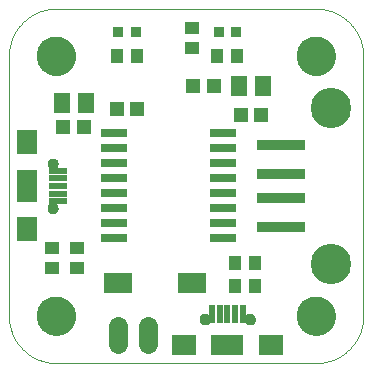
<source format=gts>
G75*
%MOIN*%
%OFA0B0*%
%FSLAX25Y25*%
%IPPOS*%
%LPD*%
%AMOC8*
5,1,8,0,0,1.08239X$1,22.5*
%
%ADD10R,0.05518X0.06699*%
%ADD11R,0.04534X0.04652*%
%ADD12R,0.09061X0.02762*%
%ADD13R,0.03550X0.03550*%
%ADD14R,0.04337X0.04731*%
%ADD15R,0.04731X0.04337*%
%ADD16C,0.00000*%
%ADD17C,0.12998*%
%ADD18R,0.05912X0.01975*%
%ADD19C,0.03746*%
%ADD20R,0.06693X0.07874*%
%ADD21R,0.06693X0.10630*%
%ADD22R,0.06306X0.07487*%
%ADD23R,0.06306X0.10243*%
%ADD24R,0.01975X0.05912*%
%ADD25R,0.07874X0.06693*%
%ADD26R,0.10630X0.06693*%
%ADD27R,0.07487X0.06306*%
%ADD28R,0.10243X0.06306*%
%ADD29R,0.09455X0.06699*%
%ADD30C,0.06337*%
%ADD31C,0.13455*%
%ADD32R,0.16148X0.03550*%
D10*
X0071898Y0120770D03*
X0079772Y0120770D03*
X0130953Y0126676D03*
X0138827Y0126676D03*
D11*
X0138335Y0116833D03*
X0131445Y0116833D03*
X0122587Y0126676D03*
X0115697Y0126676D03*
X0096996Y0118802D03*
X0090106Y0118802D03*
X0079280Y0112896D03*
X0072390Y0112896D03*
D12*
X0089220Y0110711D03*
X0089220Y0105711D03*
X0089220Y0100711D03*
X0089220Y0095711D03*
X0089220Y0090711D03*
X0089220Y0085711D03*
X0089220Y0080711D03*
X0089220Y0075711D03*
X0125441Y0075711D03*
X0125441Y0080711D03*
X0125441Y0085711D03*
X0125441Y0090711D03*
X0125441Y0095711D03*
X0125441Y0100711D03*
X0125441Y0105711D03*
X0125441Y0110711D03*
D13*
X0124063Y0144392D03*
X0129969Y0144392D03*
X0096504Y0144392D03*
X0090598Y0144392D03*
D14*
X0090205Y0136518D03*
X0096898Y0136518D03*
X0123669Y0136518D03*
X0130362Y0136518D03*
X0129575Y0067621D03*
X0136268Y0067621D03*
X0136268Y0059747D03*
X0129575Y0059747D03*
D15*
X0076819Y0065751D03*
X0076819Y0072444D03*
X0068453Y0072444D03*
X0068453Y0065751D03*
X0115205Y0139077D03*
X0115205Y0145770D03*
D16*
X0054181Y0136518D02*
X0054181Y0049904D01*
X0063630Y0049904D02*
X0063632Y0050062D01*
X0063638Y0050220D01*
X0063648Y0050378D01*
X0063662Y0050536D01*
X0063680Y0050693D01*
X0063701Y0050850D01*
X0063727Y0051006D01*
X0063757Y0051162D01*
X0063790Y0051317D01*
X0063828Y0051470D01*
X0063869Y0051623D01*
X0063914Y0051775D01*
X0063963Y0051926D01*
X0064016Y0052075D01*
X0064072Y0052223D01*
X0064132Y0052369D01*
X0064196Y0052514D01*
X0064264Y0052657D01*
X0064335Y0052799D01*
X0064409Y0052939D01*
X0064487Y0053076D01*
X0064569Y0053212D01*
X0064653Y0053346D01*
X0064742Y0053477D01*
X0064833Y0053606D01*
X0064928Y0053733D01*
X0065025Y0053858D01*
X0065126Y0053980D01*
X0065230Y0054099D01*
X0065337Y0054216D01*
X0065447Y0054330D01*
X0065560Y0054441D01*
X0065675Y0054550D01*
X0065793Y0054655D01*
X0065914Y0054757D01*
X0066037Y0054857D01*
X0066163Y0054953D01*
X0066291Y0055046D01*
X0066421Y0055136D01*
X0066554Y0055222D01*
X0066689Y0055306D01*
X0066825Y0055385D01*
X0066964Y0055462D01*
X0067105Y0055534D01*
X0067247Y0055604D01*
X0067391Y0055669D01*
X0067537Y0055731D01*
X0067684Y0055789D01*
X0067833Y0055844D01*
X0067983Y0055895D01*
X0068134Y0055942D01*
X0068286Y0055985D01*
X0068439Y0056024D01*
X0068594Y0056060D01*
X0068749Y0056091D01*
X0068905Y0056119D01*
X0069061Y0056143D01*
X0069218Y0056163D01*
X0069376Y0056179D01*
X0069533Y0056191D01*
X0069692Y0056199D01*
X0069850Y0056203D01*
X0070008Y0056203D01*
X0070166Y0056199D01*
X0070325Y0056191D01*
X0070482Y0056179D01*
X0070640Y0056163D01*
X0070797Y0056143D01*
X0070953Y0056119D01*
X0071109Y0056091D01*
X0071264Y0056060D01*
X0071419Y0056024D01*
X0071572Y0055985D01*
X0071724Y0055942D01*
X0071875Y0055895D01*
X0072025Y0055844D01*
X0072174Y0055789D01*
X0072321Y0055731D01*
X0072467Y0055669D01*
X0072611Y0055604D01*
X0072753Y0055534D01*
X0072894Y0055462D01*
X0073033Y0055385D01*
X0073169Y0055306D01*
X0073304Y0055222D01*
X0073437Y0055136D01*
X0073567Y0055046D01*
X0073695Y0054953D01*
X0073821Y0054857D01*
X0073944Y0054757D01*
X0074065Y0054655D01*
X0074183Y0054550D01*
X0074298Y0054441D01*
X0074411Y0054330D01*
X0074521Y0054216D01*
X0074628Y0054099D01*
X0074732Y0053980D01*
X0074833Y0053858D01*
X0074930Y0053733D01*
X0075025Y0053606D01*
X0075116Y0053477D01*
X0075205Y0053346D01*
X0075289Y0053212D01*
X0075371Y0053076D01*
X0075449Y0052939D01*
X0075523Y0052799D01*
X0075594Y0052657D01*
X0075662Y0052514D01*
X0075726Y0052369D01*
X0075786Y0052223D01*
X0075842Y0052075D01*
X0075895Y0051926D01*
X0075944Y0051775D01*
X0075989Y0051623D01*
X0076030Y0051470D01*
X0076068Y0051317D01*
X0076101Y0051162D01*
X0076131Y0051006D01*
X0076157Y0050850D01*
X0076178Y0050693D01*
X0076196Y0050536D01*
X0076210Y0050378D01*
X0076220Y0050220D01*
X0076226Y0050062D01*
X0076228Y0049904D01*
X0076226Y0049746D01*
X0076220Y0049588D01*
X0076210Y0049430D01*
X0076196Y0049272D01*
X0076178Y0049115D01*
X0076157Y0048958D01*
X0076131Y0048802D01*
X0076101Y0048646D01*
X0076068Y0048491D01*
X0076030Y0048338D01*
X0075989Y0048185D01*
X0075944Y0048033D01*
X0075895Y0047882D01*
X0075842Y0047733D01*
X0075786Y0047585D01*
X0075726Y0047439D01*
X0075662Y0047294D01*
X0075594Y0047151D01*
X0075523Y0047009D01*
X0075449Y0046869D01*
X0075371Y0046732D01*
X0075289Y0046596D01*
X0075205Y0046462D01*
X0075116Y0046331D01*
X0075025Y0046202D01*
X0074930Y0046075D01*
X0074833Y0045950D01*
X0074732Y0045828D01*
X0074628Y0045709D01*
X0074521Y0045592D01*
X0074411Y0045478D01*
X0074298Y0045367D01*
X0074183Y0045258D01*
X0074065Y0045153D01*
X0073944Y0045051D01*
X0073821Y0044951D01*
X0073695Y0044855D01*
X0073567Y0044762D01*
X0073437Y0044672D01*
X0073304Y0044586D01*
X0073169Y0044502D01*
X0073033Y0044423D01*
X0072894Y0044346D01*
X0072753Y0044274D01*
X0072611Y0044204D01*
X0072467Y0044139D01*
X0072321Y0044077D01*
X0072174Y0044019D01*
X0072025Y0043964D01*
X0071875Y0043913D01*
X0071724Y0043866D01*
X0071572Y0043823D01*
X0071419Y0043784D01*
X0071264Y0043748D01*
X0071109Y0043717D01*
X0070953Y0043689D01*
X0070797Y0043665D01*
X0070640Y0043645D01*
X0070482Y0043629D01*
X0070325Y0043617D01*
X0070166Y0043609D01*
X0070008Y0043605D01*
X0069850Y0043605D01*
X0069692Y0043609D01*
X0069533Y0043617D01*
X0069376Y0043629D01*
X0069218Y0043645D01*
X0069061Y0043665D01*
X0068905Y0043689D01*
X0068749Y0043717D01*
X0068594Y0043748D01*
X0068439Y0043784D01*
X0068286Y0043823D01*
X0068134Y0043866D01*
X0067983Y0043913D01*
X0067833Y0043964D01*
X0067684Y0044019D01*
X0067537Y0044077D01*
X0067391Y0044139D01*
X0067247Y0044204D01*
X0067105Y0044274D01*
X0066964Y0044346D01*
X0066825Y0044423D01*
X0066689Y0044502D01*
X0066554Y0044586D01*
X0066421Y0044672D01*
X0066291Y0044762D01*
X0066163Y0044855D01*
X0066037Y0044951D01*
X0065914Y0045051D01*
X0065793Y0045153D01*
X0065675Y0045258D01*
X0065560Y0045367D01*
X0065447Y0045478D01*
X0065337Y0045592D01*
X0065230Y0045709D01*
X0065126Y0045828D01*
X0065025Y0045950D01*
X0064928Y0046075D01*
X0064833Y0046202D01*
X0064742Y0046331D01*
X0064653Y0046462D01*
X0064569Y0046596D01*
X0064487Y0046732D01*
X0064409Y0046869D01*
X0064335Y0047009D01*
X0064264Y0047151D01*
X0064196Y0047294D01*
X0064132Y0047439D01*
X0064072Y0047585D01*
X0064016Y0047733D01*
X0063963Y0047882D01*
X0063914Y0048033D01*
X0063869Y0048185D01*
X0063828Y0048338D01*
X0063790Y0048491D01*
X0063757Y0048646D01*
X0063727Y0048802D01*
X0063701Y0048958D01*
X0063680Y0049115D01*
X0063662Y0049272D01*
X0063648Y0049430D01*
X0063638Y0049588D01*
X0063632Y0049746D01*
X0063630Y0049904D01*
X0054181Y0049904D02*
X0054186Y0049523D01*
X0054199Y0049143D01*
X0054222Y0048763D01*
X0054255Y0048384D01*
X0054296Y0048006D01*
X0054346Y0047629D01*
X0054406Y0047253D01*
X0054474Y0046878D01*
X0054552Y0046506D01*
X0054639Y0046135D01*
X0054734Y0045767D01*
X0054839Y0045401D01*
X0054952Y0045038D01*
X0055074Y0044677D01*
X0055204Y0044320D01*
X0055344Y0043966D01*
X0055491Y0043615D01*
X0055648Y0043268D01*
X0055812Y0042925D01*
X0055985Y0042586D01*
X0056166Y0042251D01*
X0056355Y0041920D01*
X0056552Y0041595D01*
X0056756Y0041274D01*
X0056969Y0040958D01*
X0057189Y0040648D01*
X0057416Y0040342D01*
X0057651Y0040043D01*
X0057893Y0039749D01*
X0058141Y0039461D01*
X0058397Y0039179D01*
X0058660Y0038904D01*
X0058929Y0038635D01*
X0059204Y0038372D01*
X0059486Y0038116D01*
X0059774Y0037868D01*
X0060068Y0037626D01*
X0060367Y0037391D01*
X0060673Y0037164D01*
X0060983Y0036944D01*
X0061299Y0036731D01*
X0061620Y0036527D01*
X0061945Y0036330D01*
X0062276Y0036141D01*
X0062611Y0035960D01*
X0062950Y0035787D01*
X0063293Y0035623D01*
X0063640Y0035466D01*
X0063991Y0035319D01*
X0064345Y0035179D01*
X0064702Y0035049D01*
X0065063Y0034927D01*
X0065426Y0034814D01*
X0065792Y0034709D01*
X0066160Y0034614D01*
X0066531Y0034527D01*
X0066903Y0034449D01*
X0067278Y0034381D01*
X0067654Y0034321D01*
X0068031Y0034271D01*
X0068409Y0034230D01*
X0068788Y0034197D01*
X0069168Y0034174D01*
X0069548Y0034161D01*
X0069929Y0034156D01*
X0156543Y0034156D01*
X0150244Y0049904D02*
X0150246Y0050062D01*
X0150252Y0050220D01*
X0150262Y0050378D01*
X0150276Y0050536D01*
X0150294Y0050693D01*
X0150315Y0050850D01*
X0150341Y0051006D01*
X0150371Y0051162D01*
X0150404Y0051317D01*
X0150442Y0051470D01*
X0150483Y0051623D01*
X0150528Y0051775D01*
X0150577Y0051926D01*
X0150630Y0052075D01*
X0150686Y0052223D01*
X0150746Y0052369D01*
X0150810Y0052514D01*
X0150878Y0052657D01*
X0150949Y0052799D01*
X0151023Y0052939D01*
X0151101Y0053076D01*
X0151183Y0053212D01*
X0151267Y0053346D01*
X0151356Y0053477D01*
X0151447Y0053606D01*
X0151542Y0053733D01*
X0151639Y0053858D01*
X0151740Y0053980D01*
X0151844Y0054099D01*
X0151951Y0054216D01*
X0152061Y0054330D01*
X0152174Y0054441D01*
X0152289Y0054550D01*
X0152407Y0054655D01*
X0152528Y0054757D01*
X0152651Y0054857D01*
X0152777Y0054953D01*
X0152905Y0055046D01*
X0153035Y0055136D01*
X0153168Y0055222D01*
X0153303Y0055306D01*
X0153439Y0055385D01*
X0153578Y0055462D01*
X0153719Y0055534D01*
X0153861Y0055604D01*
X0154005Y0055669D01*
X0154151Y0055731D01*
X0154298Y0055789D01*
X0154447Y0055844D01*
X0154597Y0055895D01*
X0154748Y0055942D01*
X0154900Y0055985D01*
X0155053Y0056024D01*
X0155208Y0056060D01*
X0155363Y0056091D01*
X0155519Y0056119D01*
X0155675Y0056143D01*
X0155832Y0056163D01*
X0155990Y0056179D01*
X0156147Y0056191D01*
X0156306Y0056199D01*
X0156464Y0056203D01*
X0156622Y0056203D01*
X0156780Y0056199D01*
X0156939Y0056191D01*
X0157096Y0056179D01*
X0157254Y0056163D01*
X0157411Y0056143D01*
X0157567Y0056119D01*
X0157723Y0056091D01*
X0157878Y0056060D01*
X0158033Y0056024D01*
X0158186Y0055985D01*
X0158338Y0055942D01*
X0158489Y0055895D01*
X0158639Y0055844D01*
X0158788Y0055789D01*
X0158935Y0055731D01*
X0159081Y0055669D01*
X0159225Y0055604D01*
X0159367Y0055534D01*
X0159508Y0055462D01*
X0159647Y0055385D01*
X0159783Y0055306D01*
X0159918Y0055222D01*
X0160051Y0055136D01*
X0160181Y0055046D01*
X0160309Y0054953D01*
X0160435Y0054857D01*
X0160558Y0054757D01*
X0160679Y0054655D01*
X0160797Y0054550D01*
X0160912Y0054441D01*
X0161025Y0054330D01*
X0161135Y0054216D01*
X0161242Y0054099D01*
X0161346Y0053980D01*
X0161447Y0053858D01*
X0161544Y0053733D01*
X0161639Y0053606D01*
X0161730Y0053477D01*
X0161819Y0053346D01*
X0161903Y0053212D01*
X0161985Y0053076D01*
X0162063Y0052939D01*
X0162137Y0052799D01*
X0162208Y0052657D01*
X0162276Y0052514D01*
X0162340Y0052369D01*
X0162400Y0052223D01*
X0162456Y0052075D01*
X0162509Y0051926D01*
X0162558Y0051775D01*
X0162603Y0051623D01*
X0162644Y0051470D01*
X0162682Y0051317D01*
X0162715Y0051162D01*
X0162745Y0051006D01*
X0162771Y0050850D01*
X0162792Y0050693D01*
X0162810Y0050536D01*
X0162824Y0050378D01*
X0162834Y0050220D01*
X0162840Y0050062D01*
X0162842Y0049904D01*
X0162840Y0049746D01*
X0162834Y0049588D01*
X0162824Y0049430D01*
X0162810Y0049272D01*
X0162792Y0049115D01*
X0162771Y0048958D01*
X0162745Y0048802D01*
X0162715Y0048646D01*
X0162682Y0048491D01*
X0162644Y0048338D01*
X0162603Y0048185D01*
X0162558Y0048033D01*
X0162509Y0047882D01*
X0162456Y0047733D01*
X0162400Y0047585D01*
X0162340Y0047439D01*
X0162276Y0047294D01*
X0162208Y0047151D01*
X0162137Y0047009D01*
X0162063Y0046869D01*
X0161985Y0046732D01*
X0161903Y0046596D01*
X0161819Y0046462D01*
X0161730Y0046331D01*
X0161639Y0046202D01*
X0161544Y0046075D01*
X0161447Y0045950D01*
X0161346Y0045828D01*
X0161242Y0045709D01*
X0161135Y0045592D01*
X0161025Y0045478D01*
X0160912Y0045367D01*
X0160797Y0045258D01*
X0160679Y0045153D01*
X0160558Y0045051D01*
X0160435Y0044951D01*
X0160309Y0044855D01*
X0160181Y0044762D01*
X0160051Y0044672D01*
X0159918Y0044586D01*
X0159783Y0044502D01*
X0159647Y0044423D01*
X0159508Y0044346D01*
X0159367Y0044274D01*
X0159225Y0044204D01*
X0159081Y0044139D01*
X0158935Y0044077D01*
X0158788Y0044019D01*
X0158639Y0043964D01*
X0158489Y0043913D01*
X0158338Y0043866D01*
X0158186Y0043823D01*
X0158033Y0043784D01*
X0157878Y0043748D01*
X0157723Y0043717D01*
X0157567Y0043689D01*
X0157411Y0043665D01*
X0157254Y0043645D01*
X0157096Y0043629D01*
X0156939Y0043617D01*
X0156780Y0043609D01*
X0156622Y0043605D01*
X0156464Y0043605D01*
X0156306Y0043609D01*
X0156147Y0043617D01*
X0155990Y0043629D01*
X0155832Y0043645D01*
X0155675Y0043665D01*
X0155519Y0043689D01*
X0155363Y0043717D01*
X0155208Y0043748D01*
X0155053Y0043784D01*
X0154900Y0043823D01*
X0154748Y0043866D01*
X0154597Y0043913D01*
X0154447Y0043964D01*
X0154298Y0044019D01*
X0154151Y0044077D01*
X0154005Y0044139D01*
X0153861Y0044204D01*
X0153719Y0044274D01*
X0153578Y0044346D01*
X0153439Y0044423D01*
X0153303Y0044502D01*
X0153168Y0044586D01*
X0153035Y0044672D01*
X0152905Y0044762D01*
X0152777Y0044855D01*
X0152651Y0044951D01*
X0152528Y0045051D01*
X0152407Y0045153D01*
X0152289Y0045258D01*
X0152174Y0045367D01*
X0152061Y0045478D01*
X0151951Y0045592D01*
X0151844Y0045709D01*
X0151740Y0045828D01*
X0151639Y0045950D01*
X0151542Y0046075D01*
X0151447Y0046202D01*
X0151356Y0046331D01*
X0151267Y0046462D01*
X0151183Y0046596D01*
X0151101Y0046732D01*
X0151023Y0046869D01*
X0150949Y0047009D01*
X0150878Y0047151D01*
X0150810Y0047294D01*
X0150746Y0047439D01*
X0150686Y0047585D01*
X0150630Y0047733D01*
X0150577Y0047882D01*
X0150528Y0048033D01*
X0150483Y0048185D01*
X0150442Y0048338D01*
X0150404Y0048491D01*
X0150371Y0048646D01*
X0150341Y0048802D01*
X0150315Y0048958D01*
X0150294Y0049115D01*
X0150276Y0049272D01*
X0150262Y0049430D01*
X0150252Y0049588D01*
X0150246Y0049746D01*
X0150244Y0049904D01*
X0156543Y0034156D02*
X0156924Y0034161D01*
X0157304Y0034174D01*
X0157684Y0034197D01*
X0158063Y0034230D01*
X0158441Y0034271D01*
X0158818Y0034321D01*
X0159194Y0034381D01*
X0159569Y0034449D01*
X0159941Y0034527D01*
X0160312Y0034614D01*
X0160680Y0034709D01*
X0161046Y0034814D01*
X0161409Y0034927D01*
X0161770Y0035049D01*
X0162127Y0035179D01*
X0162481Y0035319D01*
X0162832Y0035466D01*
X0163179Y0035623D01*
X0163522Y0035787D01*
X0163861Y0035960D01*
X0164196Y0036141D01*
X0164527Y0036330D01*
X0164852Y0036527D01*
X0165173Y0036731D01*
X0165489Y0036944D01*
X0165799Y0037164D01*
X0166105Y0037391D01*
X0166404Y0037626D01*
X0166698Y0037868D01*
X0166986Y0038116D01*
X0167268Y0038372D01*
X0167543Y0038635D01*
X0167812Y0038904D01*
X0168075Y0039179D01*
X0168331Y0039461D01*
X0168579Y0039749D01*
X0168821Y0040043D01*
X0169056Y0040342D01*
X0169283Y0040648D01*
X0169503Y0040958D01*
X0169716Y0041274D01*
X0169920Y0041595D01*
X0170117Y0041920D01*
X0170306Y0042251D01*
X0170487Y0042586D01*
X0170660Y0042925D01*
X0170824Y0043268D01*
X0170981Y0043615D01*
X0171128Y0043966D01*
X0171268Y0044320D01*
X0171398Y0044677D01*
X0171520Y0045038D01*
X0171633Y0045401D01*
X0171738Y0045767D01*
X0171833Y0046135D01*
X0171920Y0046506D01*
X0171998Y0046878D01*
X0172066Y0047253D01*
X0172126Y0047629D01*
X0172176Y0048006D01*
X0172217Y0048384D01*
X0172250Y0048763D01*
X0172273Y0049143D01*
X0172286Y0049523D01*
X0172291Y0049904D01*
X0172291Y0136518D01*
X0150244Y0136518D02*
X0150246Y0136676D01*
X0150252Y0136834D01*
X0150262Y0136992D01*
X0150276Y0137150D01*
X0150294Y0137307D01*
X0150315Y0137464D01*
X0150341Y0137620D01*
X0150371Y0137776D01*
X0150404Y0137931D01*
X0150442Y0138084D01*
X0150483Y0138237D01*
X0150528Y0138389D01*
X0150577Y0138540D01*
X0150630Y0138689D01*
X0150686Y0138837D01*
X0150746Y0138983D01*
X0150810Y0139128D01*
X0150878Y0139271D01*
X0150949Y0139413D01*
X0151023Y0139553D01*
X0151101Y0139690D01*
X0151183Y0139826D01*
X0151267Y0139960D01*
X0151356Y0140091D01*
X0151447Y0140220D01*
X0151542Y0140347D01*
X0151639Y0140472D01*
X0151740Y0140594D01*
X0151844Y0140713D01*
X0151951Y0140830D01*
X0152061Y0140944D01*
X0152174Y0141055D01*
X0152289Y0141164D01*
X0152407Y0141269D01*
X0152528Y0141371D01*
X0152651Y0141471D01*
X0152777Y0141567D01*
X0152905Y0141660D01*
X0153035Y0141750D01*
X0153168Y0141836D01*
X0153303Y0141920D01*
X0153439Y0141999D01*
X0153578Y0142076D01*
X0153719Y0142148D01*
X0153861Y0142218D01*
X0154005Y0142283D01*
X0154151Y0142345D01*
X0154298Y0142403D01*
X0154447Y0142458D01*
X0154597Y0142509D01*
X0154748Y0142556D01*
X0154900Y0142599D01*
X0155053Y0142638D01*
X0155208Y0142674D01*
X0155363Y0142705D01*
X0155519Y0142733D01*
X0155675Y0142757D01*
X0155832Y0142777D01*
X0155990Y0142793D01*
X0156147Y0142805D01*
X0156306Y0142813D01*
X0156464Y0142817D01*
X0156622Y0142817D01*
X0156780Y0142813D01*
X0156939Y0142805D01*
X0157096Y0142793D01*
X0157254Y0142777D01*
X0157411Y0142757D01*
X0157567Y0142733D01*
X0157723Y0142705D01*
X0157878Y0142674D01*
X0158033Y0142638D01*
X0158186Y0142599D01*
X0158338Y0142556D01*
X0158489Y0142509D01*
X0158639Y0142458D01*
X0158788Y0142403D01*
X0158935Y0142345D01*
X0159081Y0142283D01*
X0159225Y0142218D01*
X0159367Y0142148D01*
X0159508Y0142076D01*
X0159647Y0141999D01*
X0159783Y0141920D01*
X0159918Y0141836D01*
X0160051Y0141750D01*
X0160181Y0141660D01*
X0160309Y0141567D01*
X0160435Y0141471D01*
X0160558Y0141371D01*
X0160679Y0141269D01*
X0160797Y0141164D01*
X0160912Y0141055D01*
X0161025Y0140944D01*
X0161135Y0140830D01*
X0161242Y0140713D01*
X0161346Y0140594D01*
X0161447Y0140472D01*
X0161544Y0140347D01*
X0161639Y0140220D01*
X0161730Y0140091D01*
X0161819Y0139960D01*
X0161903Y0139826D01*
X0161985Y0139690D01*
X0162063Y0139553D01*
X0162137Y0139413D01*
X0162208Y0139271D01*
X0162276Y0139128D01*
X0162340Y0138983D01*
X0162400Y0138837D01*
X0162456Y0138689D01*
X0162509Y0138540D01*
X0162558Y0138389D01*
X0162603Y0138237D01*
X0162644Y0138084D01*
X0162682Y0137931D01*
X0162715Y0137776D01*
X0162745Y0137620D01*
X0162771Y0137464D01*
X0162792Y0137307D01*
X0162810Y0137150D01*
X0162824Y0136992D01*
X0162834Y0136834D01*
X0162840Y0136676D01*
X0162842Y0136518D01*
X0162840Y0136360D01*
X0162834Y0136202D01*
X0162824Y0136044D01*
X0162810Y0135886D01*
X0162792Y0135729D01*
X0162771Y0135572D01*
X0162745Y0135416D01*
X0162715Y0135260D01*
X0162682Y0135105D01*
X0162644Y0134952D01*
X0162603Y0134799D01*
X0162558Y0134647D01*
X0162509Y0134496D01*
X0162456Y0134347D01*
X0162400Y0134199D01*
X0162340Y0134053D01*
X0162276Y0133908D01*
X0162208Y0133765D01*
X0162137Y0133623D01*
X0162063Y0133483D01*
X0161985Y0133346D01*
X0161903Y0133210D01*
X0161819Y0133076D01*
X0161730Y0132945D01*
X0161639Y0132816D01*
X0161544Y0132689D01*
X0161447Y0132564D01*
X0161346Y0132442D01*
X0161242Y0132323D01*
X0161135Y0132206D01*
X0161025Y0132092D01*
X0160912Y0131981D01*
X0160797Y0131872D01*
X0160679Y0131767D01*
X0160558Y0131665D01*
X0160435Y0131565D01*
X0160309Y0131469D01*
X0160181Y0131376D01*
X0160051Y0131286D01*
X0159918Y0131200D01*
X0159783Y0131116D01*
X0159647Y0131037D01*
X0159508Y0130960D01*
X0159367Y0130888D01*
X0159225Y0130818D01*
X0159081Y0130753D01*
X0158935Y0130691D01*
X0158788Y0130633D01*
X0158639Y0130578D01*
X0158489Y0130527D01*
X0158338Y0130480D01*
X0158186Y0130437D01*
X0158033Y0130398D01*
X0157878Y0130362D01*
X0157723Y0130331D01*
X0157567Y0130303D01*
X0157411Y0130279D01*
X0157254Y0130259D01*
X0157096Y0130243D01*
X0156939Y0130231D01*
X0156780Y0130223D01*
X0156622Y0130219D01*
X0156464Y0130219D01*
X0156306Y0130223D01*
X0156147Y0130231D01*
X0155990Y0130243D01*
X0155832Y0130259D01*
X0155675Y0130279D01*
X0155519Y0130303D01*
X0155363Y0130331D01*
X0155208Y0130362D01*
X0155053Y0130398D01*
X0154900Y0130437D01*
X0154748Y0130480D01*
X0154597Y0130527D01*
X0154447Y0130578D01*
X0154298Y0130633D01*
X0154151Y0130691D01*
X0154005Y0130753D01*
X0153861Y0130818D01*
X0153719Y0130888D01*
X0153578Y0130960D01*
X0153439Y0131037D01*
X0153303Y0131116D01*
X0153168Y0131200D01*
X0153035Y0131286D01*
X0152905Y0131376D01*
X0152777Y0131469D01*
X0152651Y0131565D01*
X0152528Y0131665D01*
X0152407Y0131767D01*
X0152289Y0131872D01*
X0152174Y0131981D01*
X0152061Y0132092D01*
X0151951Y0132206D01*
X0151844Y0132323D01*
X0151740Y0132442D01*
X0151639Y0132564D01*
X0151542Y0132689D01*
X0151447Y0132816D01*
X0151356Y0132945D01*
X0151267Y0133076D01*
X0151183Y0133210D01*
X0151101Y0133346D01*
X0151023Y0133483D01*
X0150949Y0133623D01*
X0150878Y0133765D01*
X0150810Y0133908D01*
X0150746Y0134053D01*
X0150686Y0134199D01*
X0150630Y0134347D01*
X0150577Y0134496D01*
X0150528Y0134647D01*
X0150483Y0134799D01*
X0150442Y0134952D01*
X0150404Y0135105D01*
X0150371Y0135260D01*
X0150341Y0135416D01*
X0150315Y0135572D01*
X0150294Y0135729D01*
X0150276Y0135886D01*
X0150262Y0136044D01*
X0150252Y0136202D01*
X0150246Y0136360D01*
X0150244Y0136518D01*
X0156543Y0152266D02*
X0156924Y0152261D01*
X0157304Y0152248D01*
X0157684Y0152225D01*
X0158063Y0152192D01*
X0158441Y0152151D01*
X0158818Y0152101D01*
X0159194Y0152041D01*
X0159569Y0151973D01*
X0159941Y0151895D01*
X0160312Y0151808D01*
X0160680Y0151713D01*
X0161046Y0151608D01*
X0161409Y0151495D01*
X0161770Y0151373D01*
X0162127Y0151243D01*
X0162481Y0151103D01*
X0162832Y0150956D01*
X0163179Y0150799D01*
X0163522Y0150635D01*
X0163861Y0150462D01*
X0164196Y0150281D01*
X0164527Y0150092D01*
X0164852Y0149895D01*
X0165173Y0149691D01*
X0165489Y0149478D01*
X0165799Y0149258D01*
X0166105Y0149031D01*
X0166404Y0148796D01*
X0166698Y0148554D01*
X0166986Y0148306D01*
X0167268Y0148050D01*
X0167543Y0147787D01*
X0167812Y0147518D01*
X0168075Y0147243D01*
X0168331Y0146961D01*
X0168579Y0146673D01*
X0168821Y0146379D01*
X0169056Y0146080D01*
X0169283Y0145774D01*
X0169503Y0145464D01*
X0169716Y0145148D01*
X0169920Y0144827D01*
X0170117Y0144502D01*
X0170306Y0144171D01*
X0170487Y0143836D01*
X0170660Y0143497D01*
X0170824Y0143154D01*
X0170981Y0142807D01*
X0171128Y0142456D01*
X0171268Y0142102D01*
X0171398Y0141745D01*
X0171520Y0141384D01*
X0171633Y0141021D01*
X0171738Y0140655D01*
X0171833Y0140287D01*
X0171920Y0139916D01*
X0171998Y0139544D01*
X0172066Y0139169D01*
X0172126Y0138793D01*
X0172176Y0138416D01*
X0172217Y0138038D01*
X0172250Y0137659D01*
X0172273Y0137279D01*
X0172286Y0136899D01*
X0172291Y0136518D01*
X0156543Y0152266D02*
X0069929Y0152266D01*
X0063630Y0136518D02*
X0063632Y0136676D01*
X0063638Y0136834D01*
X0063648Y0136992D01*
X0063662Y0137150D01*
X0063680Y0137307D01*
X0063701Y0137464D01*
X0063727Y0137620D01*
X0063757Y0137776D01*
X0063790Y0137931D01*
X0063828Y0138084D01*
X0063869Y0138237D01*
X0063914Y0138389D01*
X0063963Y0138540D01*
X0064016Y0138689D01*
X0064072Y0138837D01*
X0064132Y0138983D01*
X0064196Y0139128D01*
X0064264Y0139271D01*
X0064335Y0139413D01*
X0064409Y0139553D01*
X0064487Y0139690D01*
X0064569Y0139826D01*
X0064653Y0139960D01*
X0064742Y0140091D01*
X0064833Y0140220D01*
X0064928Y0140347D01*
X0065025Y0140472D01*
X0065126Y0140594D01*
X0065230Y0140713D01*
X0065337Y0140830D01*
X0065447Y0140944D01*
X0065560Y0141055D01*
X0065675Y0141164D01*
X0065793Y0141269D01*
X0065914Y0141371D01*
X0066037Y0141471D01*
X0066163Y0141567D01*
X0066291Y0141660D01*
X0066421Y0141750D01*
X0066554Y0141836D01*
X0066689Y0141920D01*
X0066825Y0141999D01*
X0066964Y0142076D01*
X0067105Y0142148D01*
X0067247Y0142218D01*
X0067391Y0142283D01*
X0067537Y0142345D01*
X0067684Y0142403D01*
X0067833Y0142458D01*
X0067983Y0142509D01*
X0068134Y0142556D01*
X0068286Y0142599D01*
X0068439Y0142638D01*
X0068594Y0142674D01*
X0068749Y0142705D01*
X0068905Y0142733D01*
X0069061Y0142757D01*
X0069218Y0142777D01*
X0069376Y0142793D01*
X0069533Y0142805D01*
X0069692Y0142813D01*
X0069850Y0142817D01*
X0070008Y0142817D01*
X0070166Y0142813D01*
X0070325Y0142805D01*
X0070482Y0142793D01*
X0070640Y0142777D01*
X0070797Y0142757D01*
X0070953Y0142733D01*
X0071109Y0142705D01*
X0071264Y0142674D01*
X0071419Y0142638D01*
X0071572Y0142599D01*
X0071724Y0142556D01*
X0071875Y0142509D01*
X0072025Y0142458D01*
X0072174Y0142403D01*
X0072321Y0142345D01*
X0072467Y0142283D01*
X0072611Y0142218D01*
X0072753Y0142148D01*
X0072894Y0142076D01*
X0073033Y0141999D01*
X0073169Y0141920D01*
X0073304Y0141836D01*
X0073437Y0141750D01*
X0073567Y0141660D01*
X0073695Y0141567D01*
X0073821Y0141471D01*
X0073944Y0141371D01*
X0074065Y0141269D01*
X0074183Y0141164D01*
X0074298Y0141055D01*
X0074411Y0140944D01*
X0074521Y0140830D01*
X0074628Y0140713D01*
X0074732Y0140594D01*
X0074833Y0140472D01*
X0074930Y0140347D01*
X0075025Y0140220D01*
X0075116Y0140091D01*
X0075205Y0139960D01*
X0075289Y0139826D01*
X0075371Y0139690D01*
X0075449Y0139553D01*
X0075523Y0139413D01*
X0075594Y0139271D01*
X0075662Y0139128D01*
X0075726Y0138983D01*
X0075786Y0138837D01*
X0075842Y0138689D01*
X0075895Y0138540D01*
X0075944Y0138389D01*
X0075989Y0138237D01*
X0076030Y0138084D01*
X0076068Y0137931D01*
X0076101Y0137776D01*
X0076131Y0137620D01*
X0076157Y0137464D01*
X0076178Y0137307D01*
X0076196Y0137150D01*
X0076210Y0136992D01*
X0076220Y0136834D01*
X0076226Y0136676D01*
X0076228Y0136518D01*
X0076226Y0136360D01*
X0076220Y0136202D01*
X0076210Y0136044D01*
X0076196Y0135886D01*
X0076178Y0135729D01*
X0076157Y0135572D01*
X0076131Y0135416D01*
X0076101Y0135260D01*
X0076068Y0135105D01*
X0076030Y0134952D01*
X0075989Y0134799D01*
X0075944Y0134647D01*
X0075895Y0134496D01*
X0075842Y0134347D01*
X0075786Y0134199D01*
X0075726Y0134053D01*
X0075662Y0133908D01*
X0075594Y0133765D01*
X0075523Y0133623D01*
X0075449Y0133483D01*
X0075371Y0133346D01*
X0075289Y0133210D01*
X0075205Y0133076D01*
X0075116Y0132945D01*
X0075025Y0132816D01*
X0074930Y0132689D01*
X0074833Y0132564D01*
X0074732Y0132442D01*
X0074628Y0132323D01*
X0074521Y0132206D01*
X0074411Y0132092D01*
X0074298Y0131981D01*
X0074183Y0131872D01*
X0074065Y0131767D01*
X0073944Y0131665D01*
X0073821Y0131565D01*
X0073695Y0131469D01*
X0073567Y0131376D01*
X0073437Y0131286D01*
X0073304Y0131200D01*
X0073169Y0131116D01*
X0073033Y0131037D01*
X0072894Y0130960D01*
X0072753Y0130888D01*
X0072611Y0130818D01*
X0072467Y0130753D01*
X0072321Y0130691D01*
X0072174Y0130633D01*
X0072025Y0130578D01*
X0071875Y0130527D01*
X0071724Y0130480D01*
X0071572Y0130437D01*
X0071419Y0130398D01*
X0071264Y0130362D01*
X0071109Y0130331D01*
X0070953Y0130303D01*
X0070797Y0130279D01*
X0070640Y0130259D01*
X0070482Y0130243D01*
X0070325Y0130231D01*
X0070166Y0130223D01*
X0070008Y0130219D01*
X0069850Y0130219D01*
X0069692Y0130223D01*
X0069533Y0130231D01*
X0069376Y0130243D01*
X0069218Y0130259D01*
X0069061Y0130279D01*
X0068905Y0130303D01*
X0068749Y0130331D01*
X0068594Y0130362D01*
X0068439Y0130398D01*
X0068286Y0130437D01*
X0068134Y0130480D01*
X0067983Y0130527D01*
X0067833Y0130578D01*
X0067684Y0130633D01*
X0067537Y0130691D01*
X0067391Y0130753D01*
X0067247Y0130818D01*
X0067105Y0130888D01*
X0066964Y0130960D01*
X0066825Y0131037D01*
X0066689Y0131116D01*
X0066554Y0131200D01*
X0066421Y0131286D01*
X0066291Y0131376D01*
X0066163Y0131469D01*
X0066037Y0131565D01*
X0065914Y0131665D01*
X0065793Y0131767D01*
X0065675Y0131872D01*
X0065560Y0131981D01*
X0065447Y0132092D01*
X0065337Y0132206D01*
X0065230Y0132323D01*
X0065126Y0132442D01*
X0065025Y0132564D01*
X0064928Y0132689D01*
X0064833Y0132816D01*
X0064742Y0132945D01*
X0064653Y0133076D01*
X0064569Y0133210D01*
X0064487Y0133346D01*
X0064409Y0133483D01*
X0064335Y0133623D01*
X0064264Y0133765D01*
X0064196Y0133908D01*
X0064132Y0134053D01*
X0064072Y0134199D01*
X0064016Y0134347D01*
X0063963Y0134496D01*
X0063914Y0134647D01*
X0063869Y0134799D01*
X0063828Y0134952D01*
X0063790Y0135105D01*
X0063757Y0135260D01*
X0063727Y0135416D01*
X0063701Y0135572D01*
X0063680Y0135729D01*
X0063662Y0135886D01*
X0063648Y0136044D01*
X0063638Y0136202D01*
X0063632Y0136360D01*
X0063630Y0136518D01*
X0054181Y0136518D02*
X0054186Y0136899D01*
X0054199Y0137279D01*
X0054222Y0137659D01*
X0054255Y0138038D01*
X0054296Y0138416D01*
X0054346Y0138793D01*
X0054406Y0139169D01*
X0054474Y0139544D01*
X0054552Y0139916D01*
X0054639Y0140287D01*
X0054734Y0140655D01*
X0054839Y0141021D01*
X0054952Y0141384D01*
X0055074Y0141745D01*
X0055204Y0142102D01*
X0055344Y0142456D01*
X0055491Y0142807D01*
X0055648Y0143154D01*
X0055812Y0143497D01*
X0055985Y0143836D01*
X0056166Y0144171D01*
X0056355Y0144502D01*
X0056552Y0144827D01*
X0056756Y0145148D01*
X0056969Y0145464D01*
X0057189Y0145774D01*
X0057416Y0146080D01*
X0057651Y0146379D01*
X0057893Y0146673D01*
X0058141Y0146961D01*
X0058397Y0147243D01*
X0058660Y0147518D01*
X0058929Y0147787D01*
X0059204Y0148050D01*
X0059486Y0148306D01*
X0059774Y0148554D01*
X0060068Y0148796D01*
X0060367Y0149031D01*
X0060673Y0149258D01*
X0060983Y0149478D01*
X0061299Y0149691D01*
X0061620Y0149895D01*
X0061945Y0150092D01*
X0062276Y0150281D01*
X0062611Y0150462D01*
X0062950Y0150635D01*
X0063293Y0150799D01*
X0063640Y0150956D01*
X0063991Y0151103D01*
X0064345Y0151243D01*
X0064702Y0151373D01*
X0065063Y0151495D01*
X0065426Y0151608D01*
X0065792Y0151713D01*
X0066160Y0151808D01*
X0066531Y0151895D01*
X0066903Y0151973D01*
X0067278Y0152041D01*
X0067654Y0152101D01*
X0068031Y0152151D01*
X0068409Y0152192D01*
X0068788Y0152225D01*
X0069168Y0152248D01*
X0069548Y0152261D01*
X0069929Y0152266D01*
X0067075Y0100692D02*
X0067077Y0100773D01*
X0067083Y0100855D01*
X0067093Y0100936D01*
X0067107Y0101016D01*
X0067124Y0101095D01*
X0067146Y0101174D01*
X0067171Y0101251D01*
X0067200Y0101328D01*
X0067233Y0101402D01*
X0067270Y0101475D01*
X0067309Y0101546D01*
X0067353Y0101615D01*
X0067399Y0101682D01*
X0067449Y0101746D01*
X0067502Y0101808D01*
X0067558Y0101868D01*
X0067616Y0101924D01*
X0067678Y0101978D01*
X0067742Y0102029D01*
X0067808Y0102076D01*
X0067876Y0102120D01*
X0067947Y0102161D01*
X0068019Y0102198D01*
X0068094Y0102232D01*
X0068169Y0102262D01*
X0068247Y0102288D01*
X0068325Y0102311D01*
X0068404Y0102329D01*
X0068484Y0102344D01*
X0068565Y0102355D01*
X0068646Y0102362D01*
X0068728Y0102365D01*
X0068809Y0102364D01*
X0068890Y0102359D01*
X0068971Y0102350D01*
X0069052Y0102337D01*
X0069132Y0102320D01*
X0069210Y0102300D01*
X0069288Y0102275D01*
X0069365Y0102247D01*
X0069440Y0102215D01*
X0069513Y0102180D01*
X0069584Y0102141D01*
X0069654Y0102098D01*
X0069721Y0102053D01*
X0069787Y0102004D01*
X0069849Y0101952D01*
X0069909Y0101896D01*
X0069966Y0101838D01*
X0070021Y0101778D01*
X0070072Y0101714D01*
X0070120Y0101649D01*
X0070165Y0101581D01*
X0070207Y0101511D01*
X0070245Y0101439D01*
X0070280Y0101365D01*
X0070311Y0101290D01*
X0070338Y0101213D01*
X0070361Y0101135D01*
X0070381Y0101056D01*
X0070397Y0100976D01*
X0070409Y0100895D01*
X0070417Y0100814D01*
X0070421Y0100733D01*
X0070421Y0100651D01*
X0070417Y0100570D01*
X0070409Y0100489D01*
X0070397Y0100408D01*
X0070381Y0100328D01*
X0070361Y0100249D01*
X0070338Y0100171D01*
X0070311Y0100094D01*
X0070280Y0100019D01*
X0070245Y0099945D01*
X0070207Y0099873D01*
X0070165Y0099803D01*
X0070120Y0099735D01*
X0070072Y0099670D01*
X0070021Y0099606D01*
X0069966Y0099546D01*
X0069909Y0099488D01*
X0069849Y0099432D01*
X0069787Y0099380D01*
X0069721Y0099331D01*
X0069654Y0099286D01*
X0069585Y0099243D01*
X0069513Y0099204D01*
X0069440Y0099169D01*
X0069365Y0099137D01*
X0069288Y0099109D01*
X0069210Y0099084D01*
X0069132Y0099064D01*
X0069052Y0099047D01*
X0068971Y0099034D01*
X0068890Y0099025D01*
X0068809Y0099020D01*
X0068728Y0099019D01*
X0068646Y0099022D01*
X0068565Y0099029D01*
X0068484Y0099040D01*
X0068404Y0099055D01*
X0068325Y0099073D01*
X0068247Y0099096D01*
X0068169Y0099122D01*
X0068094Y0099152D01*
X0068019Y0099186D01*
X0067947Y0099223D01*
X0067876Y0099264D01*
X0067808Y0099308D01*
X0067742Y0099355D01*
X0067678Y0099406D01*
X0067616Y0099460D01*
X0067558Y0099516D01*
X0067502Y0099576D01*
X0067449Y0099638D01*
X0067399Y0099702D01*
X0067353Y0099769D01*
X0067309Y0099838D01*
X0067270Y0099909D01*
X0067233Y0099982D01*
X0067200Y0100056D01*
X0067171Y0100133D01*
X0067146Y0100210D01*
X0067124Y0100289D01*
X0067107Y0100368D01*
X0067093Y0100448D01*
X0067083Y0100529D01*
X0067077Y0100611D01*
X0067075Y0100692D01*
X0067075Y0085731D02*
X0067077Y0085812D01*
X0067083Y0085894D01*
X0067093Y0085975D01*
X0067107Y0086055D01*
X0067124Y0086134D01*
X0067146Y0086213D01*
X0067171Y0086290D01*
X0067200Y0086367D01*
X0067233Y0086441D01*
X0067270Y0086514D01*
X0067309Y0086585D01*
X0067353Y0086654D01*
X0067399Y0086721D01*
X0067449Y0086785D01*
X0067502Y0086847D01*
X0067558Y0086907D01*
X0067616Y0086963D01*
X0067678Y0087017D01*
X0067742Y0087068D01*
X0067808Y0087115D01*
X0067876Y0087159D01*
X0067947Y0087200D01*
X0068019Y0087237D01*
X0068094Y0087271D01*
X0068169Y0087301D01*
X0068247Y0087327D01*
X0068325Y0087350D01*
X0068404Y0087368D01*
X0068484Y0087383D01*
X0068565Y0087394D01*
X0068646Y0087401D01*
X0068728Y0087404D01*
X0068809Y0087403D01*
X0068890Y0087398D01*
X0068971Y0087389D01*
X0069052Y0087376D01*
X0069132Y0087359D01*
X0069210Y0087339D01*
X0069288Y0087314D01*
X0069365Y0087286D01*
X0069440Y0087254D01*
X0069513Y0087219D01*
X0069584Y0087180D01*
X0069654Y0087137D01*
X0069721Y0087092D01*
X0069787Y0087043D01*
X0069849Y0086991D01*
X0069909Y0086935D01*
X0069966Y0086877D01*
X0070021Y0086817D01*
X0070072Y0086753D01*
X0070120Y0086688D01*
X0070165Y0086620D01*
X0070207Y0086550D01*
X0070245Y0086478D01*
X0070280Y0086404D01*
X0070311Y0086329D01*
X0070338Y0086252D01*
X0070361Y0086174D01*
X0070381Y0086095D01*
X0070397Y0086015D01*
X0070409Y0085934D01*
X0070417Y0085853D01*
X0070421Y0085772D01*
X0070421Y0085690D01*
X0070417Y0085609D01*
X0070409Y0085528D01*
X0070397Y0085447D01*
X0070381Y0085367D01*
X0070361Y0085288D01*
X0070338Y0085210D01*
X0070311Y0085133D01*
X0070280Y0085058D01*
X0070245Y0084984D01*
X0070207Y0084912D01*
X0070165Y0084842D01*
X0070120Y0084774D01*
X0070072Y0084709D01*
X0070021Y0084645D01*
X0069966Y0084585D01*
X0069909Y0084527D01*
X0069849Y0084471D01*
X0069787Y0084419D01*
X0069721Y0084370D01*
X0069654Y0084325D01*
X0069585Y0084282D01*
X0069513Y0084243D01*
X0069440Y0084208D01*
X0069365Y0084176D01*
X0069288Y0084148D01*
X0069210Y0084123D01*
X0069132Y0084103D01*
X0069052Y0084086D01*
X0068971Y0084073D01*
X0068890Y0084064D01*
X0068809Y0084059D01*
X0068728Y0084058D01*
X0068646Y0084061D01*
X0068565Y0084068D01*
X0068484Y0084079D01*
X0068404Y0084094D01*
X0068325Y0084112D01*
X0068247Y0084135D01*
X0068169Y0084161D01*
X0068094Y0084191D01*
X0068019Y0084225D01*
X0067947Y0084262D01*
X0067876Y0084303D01*
X0067808Y0084347D01*
X0067742Y0084394D01*
X0067678Y0084445D01*
X0067616Y0084499D01*
X0067558Y0084555D01*
X0067502Y0084615D01*
X0067449Y0084677D01*
X0067399Y0084741D01*
X0067353Y0084808D01*
X0067309Y0084877D01*
X0067270Y0084948D01*
X0067233Y0085021D01*
X0067200Y0085095D01*
X0067171Y0085172D01*
X0067146Y0085249D01*
X0067124Y0085328D01*
X0067107Y0085407D01*
X0067093Y0085487D01*
X0067083Y0085568D01*
X0067077Y0085650D01*
X0067075Y0085731D01*
X0117862Y0048723D02*
X0117864Y0048804D01*
X0117870Y0048886D01*
X0117880Y0048967D01*
X0117894Y0049047D01*
X0117911Y0049126D01*
X0117933Y0049205D01*
X0117958Y0049282D01*
X0117987Y0049359D01*
X0118020Y0049433D01*
X0118057Y0049506D01*
X0118096Y0049577D01*
X0118140Y0049646D01*
X0118186Y0049713D01*
X0118236Y0049777D01*
X0118289Y0049839D01*
X0118345Y0049899D01*
X0118403Y0049955D01*
X0118465Y0050009D01*
X0118529Y0050060D01*
X0118595Y0050107D01*
X0118663Y0050151D01*
X0118734Y0050192D01*
X0118806Y0050229D01*
X0118881Y0050263D01*
X0118956Y0050293D01*
X0119034Y0050319D01*
X0119112Y0050342D01*
X0119191Y0050360D01*
X0119271Y0050375D01*
X0119352Y0050386D01*
X0119433Y0050393D01*
X0119515Y0050396D01*
X0119596Y0050395D01*
X0119677Y0050390D01*
X0119758Y0050381D01*
X0119839Y0050368D01*
X0119919Y0050351D01*
X0119997Y0050331D01*
X0120075Y0050306D01*
X0120152Y0050278D01*
X0120227Y0050246D01*
X0120300Y0050211D01*
X0120371Y0050172D01*
X0120441Y0050129D01*
X0120508Y0050084D01*
X0120574Y0050035D01*
X0120636Y0049983D01*
X0120696Y0049927D01*
X0120753Y0049869D01*
X0120808Y0049809D01*
X0120859Y0049745D01*
X0120907Y0049680D01*
X0120952Y0049612D01*
X0120994Y0049542D01*
X0121032Y0049470D01*
X0121067Y0049396D01*
X0121098Y0049321D01*
X0121125Y0049244D01*
X0121148Y0049166D01*
X0121168Y0049087D01*
X0121184Y0049007D01*
X0121196Y0048926D01*
X0121204Y0048845D01*
X0121208Y0048764D01*
X0121208Y0048682D01*
X0121204Y0048601D01*
X0121196Y0048520D01*
X0121184Y0048439D01*
X0121168Y0048359D01*
X0121148Y0048280D01*
X0121125Y0048202D01*
X0121098Y0048125D01*
X0121067Y0048050D01*
X0121032Y0047976D01*
X0120994Y0047904D01*
X0120952Y0047834D01*
X0120907Y0047766D01*
X0120859Y0047701D01*
X0120808Y0047637D01*
X0120753Y0047577D01*
X0120696Y0047519D01*
X0120636Y0047463D01*
X0120574Y0047411D01*
X0120508Y0047362D01*
X0120441Y0047317D01*
X0120372Y0047274D01*
X0120300Y0047235D01*
X0120227Y0047200D01*
X0120152Y0047168D01*
X0120075Y0047140D01*
X0119997Y0047115D01*
X0119919Y0047095D01*
X0119839Y0047078D01*
X0119758Y0047065D01*
X0119677Y0047056D01*
X0119596Y0047051D01*
X0119515Y0047050D01*
X0119433Y0047053D01*
X0119352Y0047060D01*
X0119271Y0047071D01*
X0119191Y0047086D01*
X0119112Y0047104D01*
X0119034Y0047127D01*
X0118956Y0047153D01*
X0118881Y0047183D01*
X0118806Y0047217D01*
X0118734Y0047254D01*
X0118663Y0047295D01*
X0118595Y0047339D01*
X0118529Y0047386D01*
X0118465Y0047437D01*
X0118403Y0047491D01*
X0118345Y0047547D01*
X0118289Y0047607D01*
X0118236Y0047669D01*
X0118186Y0047733D01*
X0118140Y0047800D01*
X0118096Y0047869D01*
X0118057Y0047940D01*
X0118020Y0048013D01*
X0117987Y0048087D01*
X0117958Y0048164D01*
X0117933Y0048241D01*
X0117911Y0048320D01*
X0117894Y0048399D01*
X0117880Y0048479D01*
X0117870Y0048560D01*
X0117864Y0048642D01*
X0117862Y0048723D01*
X0132823Y0048723D02*
X0132825Y0048804D01*
X0132831Y0048886D01*
X0132841Y0048967D01*
X0132855Y0049047D01*
X0132872Y0049126D01*
X0132894Y0049205D01*
X0132919Y0049282D01*
X0132948Y0049359D01*
X0132981Y0049433D01*
X0133018Y0049506D01*
X0133057Y0049577D01*
X0133101Y0049646D01*
X0133147Y0049713D01*
X0133197Y0049777D01*
X0133250Y0049839D01*
X0133306Y0049899D01*
X0133364Y0049955D01*
X0133426Y0050009D01*
X0133490Y0050060D01*
X0133556Y0050107D01*
X0133624Y0050151D01*
X0133695Y0050192D01*
X0133767Y0050229D01*
X0133842Y0050263D01*
X0133917Y0050293D01*
X0133995Y0050319D01*
X0134073Y0050342D01*
X0134152Y0050360D01*
X0134232Y0050375D01*
X0134313Y0050386D01*
X0134394Y0050393D01*
X0134476Y0050396D01*
X0134557Y0050395D01*
X0134638Y0050390D01*
X0134719Y0050381D01*
X0134800Y0050368D01*
X0134880Y0050351D01*
X0134958Y0050331D01*
X0135036Y0050306D01*
X0135113Y0050278D01*
X0135188Y0050246D01*
X0135261Y0050211D01*
X0135332Y0050172D01*
X0135402Y0050129D01*
X0135469Y0050084D01*
X0135535Y0050035D01*
X0135597Y0049983D01*
X0135657Y0049927D01*
X0135714Y0049869D01*
X0135769Y0049809D01*
X0135820Y0049745D01*
X0135868Y0049680D01*
X0135913Y0049612D01*
X0135955Y0049542D01*
X0135993Y0049470D01*
X0136028Y0049396D01*
X0136059Y0049321D01*
X0136086Y0049244D01*
X0136109Y0049166D01*
X0136129Y0049087D01*
X0136145Y0049007D01*
X0136157Y0048926D01*
X0136165Y0048845D01*
X0136169Y0048764D01*
X0136169Y0048682D01*
X0136165Y0048601D01*
X0136157Y0048520D01*
X0136145Y0048439D01*
X0136129Y0048359D01*
X0136109Y0048280D01*
X0136086Y0048202D01*
X0136059Y0048125D01*
X0136028Y0048050D01*
X0135993Y0047976D01*
X0135955Y0047904D01*
X0135913Y0047834D01*
X0135868Y0047766D01*
X0135820Y0047701D01*
X0135769Y0047637D01*
X0135714Y0047577D01*
X0135657Y0047519D01*
X0135597Y0047463D01*
X0135535Y0047411D01*
X0135469Y0047362D01*
X0135402Y0047317D01*
X0135333Y0047274D01*
X0135261Y0047235D01*
X0135188Y0047200D01*
X0135113Y0047168D01*
X0135036Y0047140D01*
X0134958Y0047115D01*
X0134880Y0047095D01*
X0134800Y0047078D01*
X0134719Y0047065D01*
X0134638Y0047056D01*
X0134557Y0047051D01*
X0134476Y0047050D01*
X0134394Y0047053D01*
X0134313Y0047060D01*
X0134232Y0047071D01*
X0134152Y0047086D01*
X0134073Y0047104D01*
X0133995Y0047127D01*
X0133917Y0047153D01*
X0133842Y0047183D01*
X0133767Y0047217D01*
X0133695Y0047254D01*
X0133624Y0047295D01*
X0133556Y0047339D01*
X0133490Y0047386D01*
X0133426Y0047437D01*
X0133364Y0047491D01*
X0133306Y0047547D01*
X0133250Y0047607D01*
X0133197Y0047669D01*
X0133147Y0047733D01*
X0133101Y0047800D01*
X0133057Y0047869D01*
X0133018Y0047940D01*
X0132981Y0048013D01*
X0132948Y0048087D01*
X0132919Y0048164D01*
X0132894Y0048241D01*
X0132872Y0048320D01*
X0132855Y0048399D01*
X0132841Y0048479D01*
X0132831Y0048560D01*
X0132825Y0048642D01*
X0132823Y0048723D01*
D17*
X0156543Y0049904D03*
X0069929Y0049904D03*
X0069929Y0136518D03*
X0156543Y0136518D03*
D18*
X0070717Y0098329D03*
X0070717Y0095770D03*
X0070717Y0093211D03*
X0070717Y0090652D03*
X0070717Y0088093D03*
D19*
X0068748Y0085731D03*
X0068748Y0100692D03*
X0119535Y0048723D03*
X0134496Y0048723D03*
D20*
X0060087Y0078707D03*
X0060087Y0107715D03*
D21*
X0060087Y0093211D03*
D22*
X0060087Y0078723D03*
X0060087Y0107699D03*
D23*
X0060087Y0093211D03*
D24*
X0121898Y0050692D03*
X0124457Y0050692D03*
X0127016Y0050692D03*
X0129575Y0050692D03*
X0132134Y0050692D03*
D25*
X0141520Y0040062D03*
X0112512Y0040062D03*
D26*
X0127016Y0040062D03*
D27*
X0112528Y0040062D03*
X0141504Y0040062D03*
D28*
X0127016Y0040062D03*
D29*
X0115303Y0060731D03*
X0090500Y0060731D03*
D30*
X0090520Y0046475D02*
X0090520Y0040538D01*
X0100520Y0040538D02*
X0100520Y0046475D01*
D31*
X0161465Y0067227D03*
X0161465Y0119196D03*
D32*
X0144732Y0106991D03*
X0144732Y0097148D03*
X0144732Y0089274D03*
X0144732Y0079432D03*
M02*

</source>
